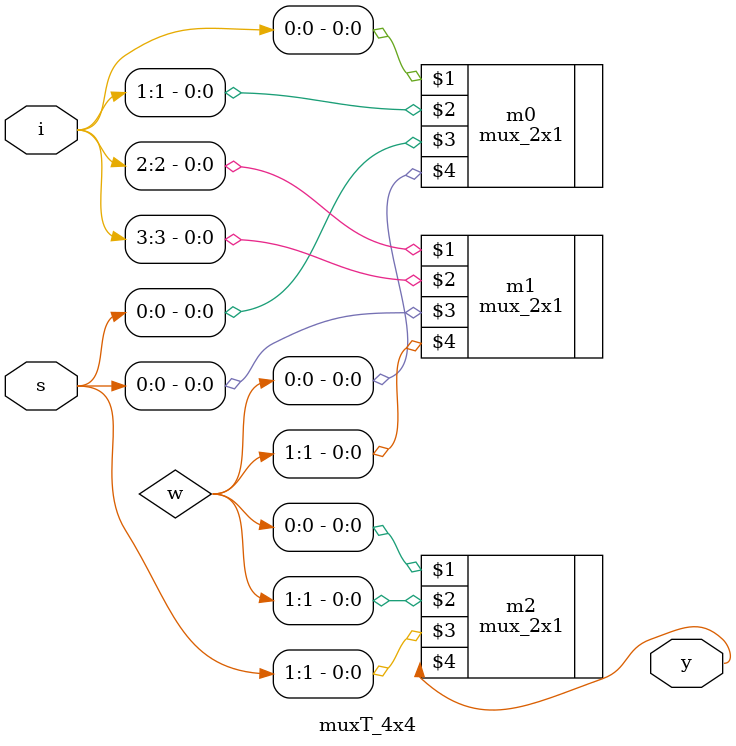
<source format=v>
`timescale 1ns / 1ps


module muxT_4x4
(input [3:0]i,
 input[1:0]s,
 output y);
 
 wire [1:0]w;
 
 mux_2x1 m0 (i[0],i[1],s[0],w[0]);
 mux_2x1 m1 (i[2],i[3],s[0],w[1]);
 mux_2x1 m2 (w[0],w[1],s[1],y);
 
endmodule

</source>
